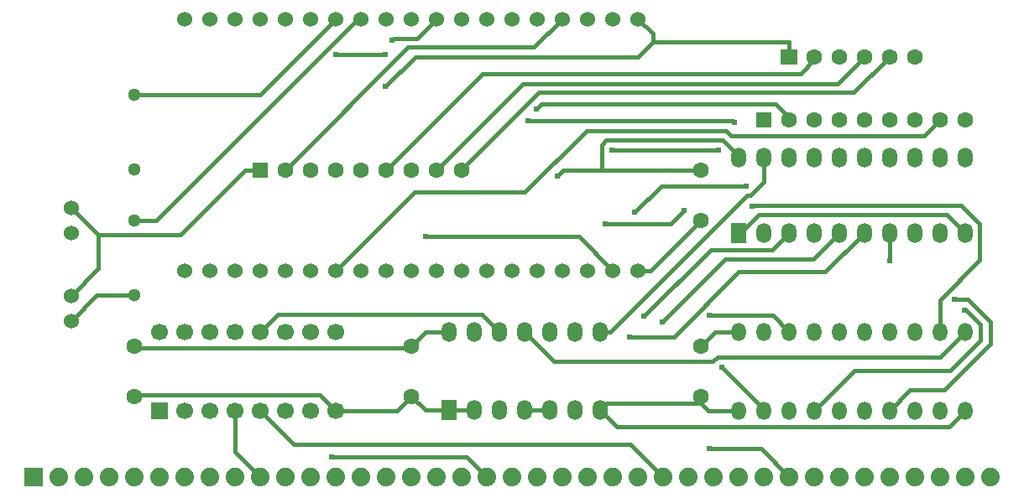
<source format=gtl>
G04 Layer: TopLayer*
G04 EasyEDA v6.5.42, 2024-04-02 15:41:54*
G04 2b23fd05ff384805b3ab63b0522f50a2,2162b387b2864a4d85882ef8f1f27c6b,10*
G04 Gerber Generator version 0.2*
G04 Scale: 100 percent, Rotated: No, Reflected: No *
G04 Dimensions in millimeters *
G04 leading zeros omitted , absolute positions ,4 integer and 5 decimal *
%FSLAX45Y45*%
%MOMM*%

%ADD10C,0.4000*%
%ADD11R,1.8796X1.8796*%
%ADD12C,1.8796*%
%ADD13C,1.6000*%
%ADD14C,1.5240*%
%ADD15R,1.8000X1.6000*%
%ADD16C,1.3000*%
%ADD17R,1.6000X1.6000*%
%ADD18O,1.499997X1.9999959999999999*%
%ADD19R,1.5000X2.0000*%
%ADD20O,1.524X1.9999959999999999*%
%ADD21O,1.4619985999999998X1.8275046*%
%ADD22R,1.7000X1.7000*%
%ADD23C,1.7000*%
%ADD24C,0.6100*%
%ADD25C,0.0104*%

%LPD*%
D10*
X5461000Y-11481815D02*
G01*
X5258358Y-11279174D01*
X3897198Y-11279174D01*
X6619113Y-8381974D02*
G01*
X6232982Y-8381974D01*
X6170574Y-8444382D01*
X7619974Y-8381974D02*
G01*
X6619113Y-8381974D01*
X8000974Y-8254974D02*
G01*
X8000974Y-8242909D01*
X7842250Y-8084185D01*
X6666026Y-8084185D01*
X6619113Y-8131098D01*
X6619113Y-8381974D01*
X3937000Y-7220407D02*
G01*
X4434687Y-7220407D01*
X1905000Y-10159974D02*
G01*
X1922856Y-10177830D01*
X4681143Y-10177830D01*
X4699000Y-10159974D01*
X8000974Y-10016972D02*
G01*
X7762976Y-10016972D01*
X7619974Y-10159974D01*
X5080000Y-10018979D02*
G01*
X4839995Y-10018979D01*
X4699000Y-10159974D01*
X10275976Y-9802215D02*
G01*
X10297718Y-9802215D01*
X10438942Y-9943439D01*
X10438942Y-10101808D01*
X10133482Y-10407269D01*
X9166682Y-10407269D01*
X8762974Y-10810976D01*
X8137601Y-8752281D02*
G01*
X8150047Y-8739835D01*
X10244632Y-8739835D01*
X10433354Y-8928557D01*
X10433354Y-9294926D01*
X10032974Y-9695306D01*
X10032974Y-10016972D01*
X7800543Y-8184845D02*
G01*
X6721475Y-8184845D01*
X1542770Y-9035745D02*
G01*
X1270000Y-8762974D01*
X3024936Y-8381974D02*
G01*
X2371166Y-9035745D01*
X1542770Y-9035745D01*
X1542770Y-9035745D02*
G01*
X1542770Y-9379204D01*
X1270000Y-9651974D01*
X7134555Y-7088911D02*
G01*
X6984847Y-7238619D01*
X4740909Y-7238619D01*
X4436999Y-7542529D01*
X6985000Y-6857974D02*
G01*
X7134555Y-7007529D01*
X7134555Y-7088911D01*
X7134555Y-7088911D02*
G01*
X8508974Y-7088911D01*
X3175000Y-8381974D02*
G01*
X3024936Y-8381974D01*
X8508974Y-7238974D02*
G01*
X8508974Y-7088911D01*
X6653758Y-8926321D02*
G01*
X7317790Y-8926321D01*
X7452309Y-8791803D01*
X6731000Y-9397974D02*
G01*
X6389725Y-9056700D01*
X4840884Y-9056700D01*
X8762974Y-7238974D02*
G01*
X8762974Y-7270064D01*
X8623985Y-7409053D01*
X5417921Y-7409053D01*
X4445000Y-8381974D01*
X3429000Y-8381974D02*
G01*
X4667961Y-7143013D01*
X5937961Y-7143013D01*
X6223000Y-6857974D01*
X3175000Y-11481815D02*
G01*
X2921000Y-11227815D01*
X2921000Y-10810976D01*
X9524974Y-9016974D02*
G01*
X9524974Y-9297593D01*
X9524974Y-10810976D02*
G01*
X9730663Y-10605287D01*
X10075900Y-10605287D01*
X10541558Y-10139629D01*
X10541558Y-9918522D01*
X10314050Y-9691014D01*
X10179608Y-9691014D01*
X8508974Y-10016972D02*
G01*
X8345246Y-9853244D01*
X7701584Y-9853244D01*
X4507052Y-7069480D02*
G01*
X4523689Y-7052843D01*
X4758131Y-7052843D01*
X4953000Y-6857974D01*
X6902221Y-10066731D02*
G01*
X7345476Y-10066731D01*
X7999349Y-9412859D01*
X8875090Y-9412859D01*
X9270974Y-9016974D01*
X8509000Y-11481815D02*
G01*
X8225663Y-11198479D01*
X7705115Y-11198479D01*
X6604000Y-10018979D02*
G01*
X6705269Y-10018979D01*
X8081467Y-8642781D01*
X8116112Y-8642781D01*
X8254974Y-8503920D01*
X8254974Y-8254974D01*
X7961122Y-7906689D02*
G01*
X7936661Y-7882229D01*
X5872530Y-7882229D01*
X7229856Y-9917887D02*
G01*
X7866786Y-9280956D01*
X8752992Y-9280956D01*
X9016974Y-9016974D01*
X8000974Y-9016974D02*
G01*
X8015274Y-9016974D01*
X8202244Y-8830005D01*
X10100005Y-8830005D01*
X10286974Y-9016974D01*
X6985000Y-9397974D02*
G01*
X7111974Y-9397974D01*
X7619974Y-8889974D01*
X6604000Y-10808970D02*
G01*
X6770293Y-10975263D01*
X10122687Y-10975263D01*
X10286974Y-10810976D01*
X1905000Y-10667974D02*
G01*
X1922398Y-10650575D01*
X3776599Y-10650575D01*
X3937000Y-10810976D01*
X7619974Y-10739475D02*
G01*
X6673494Y-10739475D01*
X6604000Y-10808970D01*
X8000974Y-10810976D02*
G01*
X7691475Y-10810976D01*
X7619974Y-10739475D01*
X7619974Y-10739475D02*
G01*
X7619974Y-10667974D01*
X3937000Y-10810976D02*
G01*
X4555997Y-10810976D01*
X4699000Y-10667974D01*
X5080000Y-10808970D02*
G01*
X4839995Y-10808970D01*
X4699000Y-10667974D01*
X5334000Y-10808970D02*
G01*
X5080000Y-10808970D01*
X6096000Y-10808970D02*
G01*
X5842000Y-10808970D01*
X10032974Y-7873974D02*
G01*
X9871963Y-8034985D01*
X7920532Y-8034985D01*
X7869021Y-7983473D01*
X6462928Y-7983473D01*
X5840222Y-8606180D01*
X4728794Y-8606180D01*
X3937000Y-9397974D01*
X5588000Y-10018979D02*
G01*
X5409768Y-9840747D01*
X3351225Y-9840747D01*
X3175000Y-10016972D01*
X9270974Y-7238974D02*
G01*
X8999600Y-7510348D01*
X5824626Y-7510348D01*
X4953000Y-8381974D01*
X6953529Y-8812555D02*
G01*
X7223963Y-8542121D01*
X8074406Y-8542121D01*
X8254974Y-10810976D02*
G01*
X8254974Y-10797159D01*
X7829168Y-10371353D01*
X7044156Y-9862337D02*
G01*
X7717536Y-9188958D01*
X8336991Y-9188958D01*
X8508974Y-9016974D01*
X8508974Y-7873974D02*
G01*
X8508974Y-7855178D01*
X8372500Y-7718704D01*
X6009893Y-7718704D01*
X5961938Y-7766659D01*
X1905000Y-9650984D02*
G01*
X1524990Y-9650984D01*
X1270000Y-9905974D01*
X3175000Y-10810976D02*
G01*
X3514547Y-11150523D01*
X6907707Y-11150523D01*
X7239000Y-11481815D01*
X3937000Y-6857974D02*
G01*
X3174009Y-7620965D01*
X1905000Y-7620965D01*
X4191000Y-6857974D02*
G01*
X4157090Y-6857974D01*
X2124100Y-8890965D01*
X1905000Y-8890965D01*
X10286974Y-10016972D02*
G01*
X10033254Y-10270693D01*
X7787487Y-10270693D01*
X7741081Y-10317099D01*
X6140119Y-10317099D01*
X5842000Y-10018979D01*
X9524974Y-7238974D02*
G01*
X9163456Y-7600492D01*
X5985763Y-7600492D01*
X5207000Y-8379256D01*
X5207000Y-8381974D01*
D11*
G01*
X889000Y-11481815D03*
D12*
G01*
X1143000Y-11481815D03*
G01*
X1397000Y-11481815D03*
G01*
X1651000Y-11481815D03*
G01*
X1905000Y-11481815D03*
G01*
X2159000Y-11481815D03*
G01*
X2413000Y-11481815D03*
G01*
X2667000Y-11481815D03*
G01*
X2921000Y-11481815D03*
G01*
X3175000Y-11481815D03*
G01*
X3429000Y-11481815D03*
G01*
X3683000Y-11481815D03*
G01*
X3937000Y-11481815D03*
G01*
X4191000Y-11481815D03*
G01*
X4445000Y-11481815D03*
G01*
X4699000Y-11481815D03*
G01*
X4953000Y-11481815D03*
G01*
X5207000Y-11481815D03*
G01*
X5461000Y-11481815D03*
G01*
X5715000Y-11481815D03*
G01*
X5969000Y-11481815D03*
G01*
X6223000Y-11481815D03*
G01*
X6477000Y-11481815D03*
G01*
X6731000Y-11481815D03*
G01*
X6985000Y-11481815D03*
G01*
X7239000Y-11481815D03*
G01*
X7493000Y-11481815D03*
G01*
X7747000Y-11481815D03*
G01*
X8001000Y-11481815D03*
G01*
X8255000Y-11481815D03*
G01*
X8509000Y-11481815D03*
G01*
X8763000Y-11481815D03*
G01*
X9017000Y-11481815D03*
G01*
X9271000Y-11481815D03*
G01*
X9525000Y-11481815D03*
G01*
X9779000Y-11481815D03*
G01*
X10033000Y-11481815D03*
G01*
X10287000Y-11481815D03*
G01*
X10541000Y-11481815D03*
D13*
G01*
X1905000Y-10667974D03*
G01*
X1905000Y-10159974D03*
G01*
X4699000Y-10667974D03*
G01*
X4699000Y-10159974D03*
G01*
X7619974Y-8889974D03*
G01*
X7619974Y-8381974D03*
G01*
X7619974Y-10667974D03*
G01*
X7619974Y-10159974D03*
D14*
G01*
X1270000Y-8762974D03*
G01*
X1270000Y-9016974D03*
G01*
X1270000Y-9651974D03*
G01*
X1270000Y-9905974D03*
D13*
G01*
X9778974Y-7238974D03*
G01*
X9524974Y-7238974D03*
G01*
X9270974Y-7238974D03*
G01*
X9016974Y-7238974D03*
G01*
X8762974Y-7238974D03*
D15*
G01*
X8508974Y-7238974D03*
D16*
G01*
X1905000Y-8380984D03*
G01*
X1905000Y-7620965D03*
G01*
X1905000Y-9650984D03*
G01*
X1905000Y-8890965D03*
D17*
G01*
X3175000Y-8381974D03*
D13*
G01*
X3429000Y-8381974D03*
G01*
X3683000Y-8381974D03*
G01*
X3937000Y-8381974D03*
G01*
X4191000Y-8381974D03*
G01*
X4445000Y-8381974D03*
G01*
X4699000Y-8381974D03*
G01*
X4953000Y-8381974D03*
G01*
X5207000Y-8381974D03*
D17*
G01*
X8254974Y-7873974D03*
D13*
G01*
X8508974Y-7873974D03*
G01*
X8762974Y-7873974D03*
G01*
X9016974Y-7873974D03*
G01*
X9270974Y-7873974D03*
G01*
X9524974Y-7873974D03*
G01*
X9778974Y-7873974D03*
G01*
X10032974Y-7873974D03*
G01*
X10286974Y-7873974D03*
D14*
G01*
X6985000Y-6858000D03*
G01*
X6731000Y-6858000D03*
G01*
X6477000Y-6858000D03*
G01*
X6223000Y-6858000D03*
G01*
X5969000Y-6858000D03*
G01*
X5715000Y-6858000D03*
G01*
X5461000Y-6858000D03*
G01*
X5207000Y-6858000D03*
G01*
X4953000Y-6858000D03*
G01*
X4699000Y-6858000D03*
G01*
X4445000Y-6858000D03*
G01*
X4191000Y-6858000D03*
G01*
X3937000Y-6858000D03*
G01*
X3683000Y-6858000D03*
G01*
X3429000Y-6858000D03*
G01*
X3175000Y-6858000D03*
G01*
X2921000Y-6858000D03*
G01*
X2667000Y-6858000D03*
G01*
X2667000Y-9398000D03*
G01*
X2921000Y-9398000D03*
G01*
X3175000Y-9398000D03*
G01*
X3429000Y-9398000D03*
G01*
X3683000Y-9398000D03*
G01*
X3937000Y-9398000D03*
G01*
X4191000Y-9398000D03*
G01*
X4445000Y-9398000D03*
G01*
X4699000Y-9398000D03*
G01*
X4953000Y-9398000D03*
G01*
X5207000Y-9398000D03*
G01*
X5461000Y-9398000D03*
G01*
X5715000Y-9398000D03*
G01*
X5969000Y-9398000D03*
G01*
X6223000Y-9398000D03*
G01*
X6477000Y-9398000D03*
G01*
X6731000Y-9398000D03*
G01*
X6985000Y-9398000D03*
G01*
X2413000Y-9398000D03*
G01*
X2413000Y-6858000D03*
D18*
G01*
X10032974Y-9016974D03*
G01*
X9778974Y-9016974D03*
G01*
X9524974Y-9016974D03*
G01*
X9270974Y-9016974D03*
G01*
X9016974Y-9016974D03*
G01*
X8762974Y-9016974D03*
G01*
X8508974Y-9016974D03*
G01*
X8254974Y-9016974D03*
D19*
G01*
X8000974Y-9016974D03*
D20*
G01*
X10286974Y-9016974D03*
G01*
X10286974Y-8254974D03*
G01*
X10032974Y-8254974D03*
G01*
X9778974Y-8254974D03*
G01*
X9524974Y-8254974D03*
G01*
X9270974Y-8254974D03*
G01*
X9016974Y-8254974D03*
G01*
X8762974Y-8254974D03*
G01*
X8508974Y-8254974D03*
G01*
X8254974Y-8254974D03*
G01*
X8000974Y-8254974D03*
D21*
G01*
X8000974Y-10810976D03*
G01*
X8000974Y-10016972D03*
G01*
X8254974Y-10810976D03*
G01*
X8254974Y-10016972D03*
G01*
X8508974Y-10810976D03*
G01*
X8508974Y-10016972D03*
G01*
X8762974Y-10810976D03*
G01*
X8762974Y-10016972D03*
G01*
X9016974Y-10810976D03*
G01*
X9016974Y-10016972D03*
G01*
X9270974Y-10810976D03*
G01*
X9270974Y-10016972D03*
G01*
X9524974Y-10810976D03*
G01*
X9524974Y-10016972D03*
G01*
X9778974Y-10810976D03*
G01*
X9778974Y-10016972D03*
G01*
X10032974Y-10810976D03*
G01*
X10032974Y-10016972D03*
G01*
X10286974Y-10810976D03*
G01*
X10286974Y-10016972D03*
D22*
G01*
X2159000Y-10810976D03*
D23*
G01*
X2413000Y-10810976D03*
G01*
X3683000Y-10810976D03*
G01*
X3937000Y-10810976D03*
G01*
X2667000Y-10810976D03*
G01*
X2921000Y-10810976D03*
G01*
X3429000Y-10810976D03*
G01*
X3175000Y-10810976D03*
G01*
X3937000Y-10016972D03*
G01*
X3683000Y-10016972D03*
G01*
X3429000Y-10016972D03*
G01*
X3175000Y-10016972D03*
G01*
X2921000Y-10016972D03*
G01*
X2667000Y-10016972D03*
G01*
X2413000Y-10016972D03*
G01*
X2159000Y-10016972D03*
D19*
G01*
X5080000Y-10808970D03*
D18*
G01*
X5334000Y-10808970D03*
G01*
X5588000Y-10808970D03*
G01*
X5842000Y-10808970D03*
G01*
X6096000Y-10808970D03*
G01*
X6350000Y-10808970D03*
G01*
X6604000Y-10808970D03*
G01*
X5080000Y-10018979D03*
G01*
X5334000Y-10018979D03*
G01*
X5588000Y-10018979D03*
G01*
X5842000Y-10018979D03*
G01*
X6096000Y-10018979D03*
G01*
X6350000Y-10018979D03*
G01*
X6604000Y-10018979D03*
D24*
G01*
X3897198Y-11279174D03*
G01*
X6170574Y-8444382D03*
G01*
X4434687Y-7220407D03*
G01*
X3937000Y-7220407D03*
G01*
X10275976Y-9802215D03*
G01*
X6721475Y-8184845D03*
G01*
X7800543Y-8184845D03*
G01*
X8137601Y-8752281D03*
G01*
X4436999Y-7542529D03*
G01*
X7452309Y-8791803D03*
G01*
X6653758Y-8926321D03*
G01*
X4840884Y-9056700D03*
G01*
X9524974Y-9297593D03*
G01*
X10179608Y-9691014D03*
G01*
X4507052Y-7069480D03*
G01*
X7701584Y-9853244D03*
G01*
X6902221Y-10066731D03*
G01*
X7705115Y-11198479D03*
G01*
X5872530Y-7882229D03*
G01*
X7961122Y-7906689D03*
G01*
X7229856Y-9917887D03*
G01*
X8074406Y-8542121D03*
G01*
X6953529Y-8812555D03*
G01*
X7829168Y-10371353D03*
G01*
X7044156Y-9862337D03*
G01*
X5961938Y-7766659D03*
M02*

</source>
